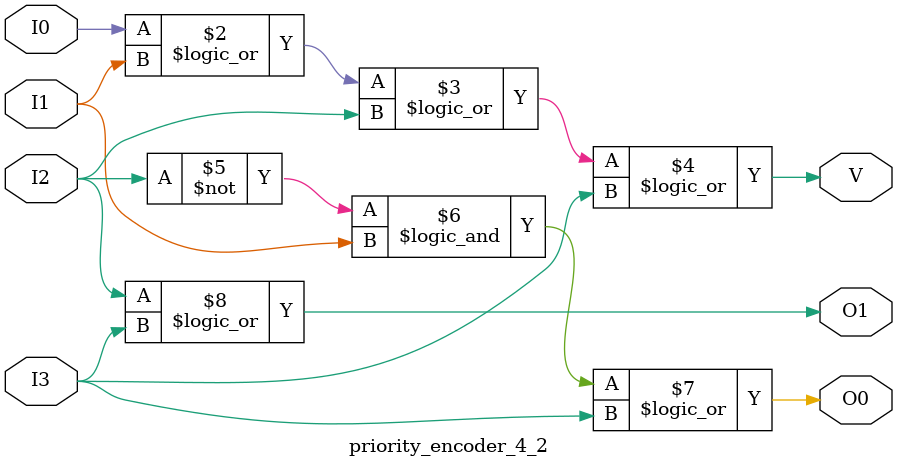
<source format=v>
module priority_encoder_4_2 (
    input wire I0,
    input wire I1,
    input wire I2,
    input wire I3,
    output reg O0,
    output reg O1,
    output reg V
);
  always @(*) begin
    V = I0 || I1 || I2 || I3;
    O0 = ((~I2) && I1) || I3;
    O1 = I2 || I3;
  end
endmodule



</source>
